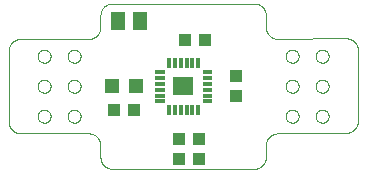
<source format=gtp>
G75*
%MOIN*%
%OFA0B0*%
%FSLAX25Y25*%
%IPPOS*%
%LPD*%
%AMOC8*
5,1,8,0,0,1.08239X$1,22.5*
%
%ADD10C,0.00000*%
%ADD11R,0.03937X0.04331*%
%ADD12R,0.04331X0.03937*%
%ADD13R,0.05118X0.05906*%
%ADD14R,0.06724X0.06472*%
%ADD15C,0.00335*%
%ADD16R,0.04724X0.04724*%
D10*
X0045791Y0032012D02*
X0045915Y0032010D01*
X0046038Y0032004D01*
X0046162Y0031995D01*
X0046284Y0031981D01*
X0046407Y0031964D01*
X0046529Y0031942D01*
X0046650Y0031917D01*
X0046770Y0031888D01*
X0046889Y0031856D01*
X0047008Y0031819D01*
X0047125Y0031779D01*
X0047240Y0031736D01*
X0047355Y0031688D01*
X0047467Y0031637D01*
X0047578Y0031583D01*
X0047688Y0031525D01*
X0047795Y0031464D01*
X0047901Y0031399D01*
X0048004Y0031331D01*
X0048105Y0031260D01*
X0048204Y0031186D01*
X0048301Y0031109D01*
X0048395Y0031028D01*
X0048486Y0030945D01*
X0048575Y0030859D01*
X0048661Y0030770D01*
X0048744Y0030679D01*
X0048825Y0030585D01*
X0048902Y0030488D01*
X0048976Y0030389D01*
X0049047Y0030288D01*
X0049115Y0030185D01*
X0049180Y0030079D01*
X0049241Y0029972D01*
X0049299Y0029862D01*
X0049353Y0029751D01*
X0049404Y0029639D01*
X0049452Y0029524D01*
X0049495Y0029409D01*
X0049535Y0029292D01*
X0049572Y0029173D01*
X0049604Y0029054D01*
X0049633Y0028934D01*
X0049658Y0028813D01*
X0049680Y0028691D01*
X0049697Y0028568D01*
X0049711Y0028446D01*
X0049720Y0028322D01*
X0049726Y0028199D01*
X0049728Y0028075D01*
X0049728Y0024138D01*
X0049730Y0024014D01*
X0049736Y0023891D01*
X0049745Y0023767D01*
X0049759Y0023645D01*
X0049776Y0023522D01*
X0049798Y0023400D01*
X0049823Y0023279D01*
X0049852Y0023159D01*
X0049884Y0023040D01*
X0049921Y0022921D01*
X0049961Y0022804D01*
X0050004Y0022689D01*
X0050052Y0022574D01*
X0050103Y0022462D01*
X0050157Y0022351D01*
X0050215Y0022241D01*
X0050276Y0022134D01*
X0050341Y0022028D01*
X0050409Y0021925D01*
X0050480Y0021824D01*
X0050554Y0021725D01*
X0050631Y0021628D01*
X0050712Y0021534D01*
X0050795Y0021443D01*
X0050881Y0021354D01*
X0050970Y0021268D01*
X0051061Y0021185D01*
X0051155Y0021104D01*
X0051252Y0021027D01*
X0051351Y0020953D01*
X0051452Y0020882D01*
X0051555Y0020814D01*
X0051661Y0020749D01*
X0051768Y0020688D01*
X0051878Y0020630D01*
X0051989Y0020576D01*
X0052101Y0020525D01*
X0052216Y0020477D01*
X0052331Y0020434D01*
X0052448Y0020394D01*
X0052567Y0020357D01*
X0052686Y0020325D01*
X0052806Y0020296D01*
X0052927Y0020271D01*
X0053049Y0020249D01*
X0053172Y0020232D01*
X0053294Y0020218D01*
X0053418Y0020209D01*
X0053541Y0020203D01*
X0053665Y0020201D01*
X0100909Y0020201D01*
X0101033Y0020203D01*
X0101156Y0020209D01*
X0101280Y0020218D01*
X0101402Y0020232D01*
X0101525Y0020249D01*
X0101647Y0020271D01*
X0101768Y0020296D01*
X0101888Y0020325D01*
X0102007Y0020357D01*
X0102126Y0020394D01*
X0102243Y0020434D01*
X0102358Y0020477D01*
X0102473Y0020525D01*
X0102585Y0020576D01*
X0102696Y0020630D01*
X0102806Y0020688D01*
X0102913Y0020749D01*
X0103019Y0020814D01*
X0103122Y0020882D01*
X0103223Y0020953D01*
X0103322Y0021027D01*
X0103419Y0021104D01*
X0103513Y0021185D01*
X0103604Y0021268D01*
X0103693Y0021354D01*
X0103779Y0021443D01*
X0103862Y0021534D01*
X0103943Y0021628D01*
X0104020Y0021725D01*
X0104094Y0021824D01*
X0104165Y0021925D01*
X0104233Y0022028D01*
X0104298Y0022134D01*
X0104359Y0022241D01*
X0104417Y0022351D01*
X0104471Y0022462D01*
X0104522Y0022574D01*
X0104570Y0022689D01*
X0104613Y0022804D01*
X0104653Y0022921D01*
X0104690Y0023040D01*
X0104722Y0023159D01*
X0104751Y0023279D01*
X0104776Y0023400D01*
X0104798Y0023522D01*
X0104815Y0023645D01*
X0104829Y0023767D01*
X0104838Y0023891D01*
X0104844Y0024014D01*
X0104846Y0024138D01*
X0104846Y0028075D01*
X0104848Y0028199D01*
X0104854Y0028322D01*
X0104863Y0028446D01*
X0104877Y0028568D01*
X0104894Y0028691D01*
X0104916Y0028813D01*
X0104941Y0028934D01*
X0104970Y0029054D01*
X0105002Y0029173D01*
X0105039Y0029292D01*
X0105079Y0029409D01*
X0105122Y0029524D01*
X0105170Y0029639D01*
X0105221Y0029751D01*
X0105275Y0029862D01*
X0105333Y0029972D01*
X0105394Y0030079D01*
X0105459Y0030185D01*
X0105527Y0030288D01*
X0105598Y0030389D01*
X0105672Y0030488D01*
X0105749Y0030585D01*
X0105830Y0030679D01*
X0105913Y0030770D01*
X0105999Y0030859D01*
X0106088Y0030945D01*
X0106179Y0031028D01*
X0106273Y0031109D01*
X0106370Y0031186D01*
X0106469Y0031260D01*
X0106570Y0031331D01*
X0106673Y0031399D01*
X0106779Y0031464D01*
X0106886Y0031525D01*
X0106996Y0031583D01*
X0107107Y0031637D01*
X0107219Y0031688D01*
X0107334Y0031736D01*
X0107449Y0031779D01*
X0107566Y0031819D01*
X0107685Y0031856D01*
X0107804Y0031888D01*
X0107924Y0031917D01*
X0108045Y0031942D01*
X0108167Y0031964D01*
X0108290Y0031981D01*
X0108412Y0031995D01*
X0108536Y0032004D01*
X0108659Y0032010D01*
X0108783Y0032012D01*
X0131618Y0032209D01*
X0131742Y0032211D01*
X0131865Y0032217D01*
X0131989Y0032226D01*
X0132111Y0032240D01*
X0132234Y0032257D01*
X0132356Y0032279D01*
X0132477Y0032304D01*
X0132597Y0032333D01*
X0132716Y0032365D01*
X0132835Y0032402D01*
X0132952Y0032442D01*
X0133067Y0032485D01*
X0133182Y0032533D01*
X0133294Y0032584D01*
X0133405Y0032638D01*
X0133515Y0032696D01*
X0133622Y0032757D01*
X0133728Y0032822D01*
X0133831Y0032890D01*
X0133932Y0032961D01*
X0134031Y0033035D01*
X0134128Y0033112D01*
X0134222Y0033193D01*
X0134313Y0033276D01*
X0134402Y0033362D01*
X0134488Y0033451D01*
X0134571Y0033542D01*
X0134652Y0033636D01*
X0134729Y0033733D01*
X0134803Y0033832D01*
X0134874Y0033933D01*
X0134942Y0034036D01*
X0135007Y0034142D01*
X0135068Y0034249D01*
X0135126Y0034359D01*
X0135180Y0034470D01*
X0135231Y0034582D01*
X0135279Y0034697D01*
X0135322Y0034812D01*
X0135362Y0034929D01*
X0135399Y0035048D01*
X0135431Y0035167D01*
X0135460Y0035287D01*
X0135485Y0035408D01*
X0135507Y0035530D01*
X0135524Y0035653D01*
X0135538Y0035775D01*
X0135547Y0035899D01*
X0135553Y0036022D01*
X0135555Y0036146D01*
X0135555Y0059768D01*
X0135553Y0059892D01*
X0135547Y0060015D01*
X0135538Y0060139D01*
X0135524Y0060261D01*
X0135507Y0060384D01*
X0135485Y0060506D01*
X0135460Y0060627D01*
X0135431Y0060747D01*
X0135399Y0060866D01*
X0135362Y0060985D01*
X0135322Y0061102D01*
X0135279Y0061217D01*
X0135231Y0061332D01*
X0135180Y0061444D01*
X0135126Y0061555D01*
X0135068Y0061665D01*
X0135007Y0061772D01*
X0134942Y0061878D01*
X0134874Y0061981D01*
X0134803Y0062082D01*
X0134729Y0062181D01*
X0134652Y0062278D01*
X0134571Y0062372D01*
X0134488Y0062463D01*
X0134402Y0062552D01*
X0134313Y0062638D01*
X0134222Y0062721D01*
X0134128Y0062802D01*
X0134031Y0062879D01*
X0133932Y0062953D01*
X0133831Y0063024D01*
X0133728Y0063092D01*
X0133622Y0063157D01*
X0133515Y0063218D01*
X0133405Y0063276D01*
X0133294Y0063330D01*
X0133182Y0063381D01*
X0133067Y0063429D01*
X0132952Y0063472D01*
X0132835Y0063512D01*
X0132716Y0063549D01*
X0132597Y0063581D01*
X0132477Y0063610D01*
X0132356Y0063635D01*
X0132234Y0063657D01*
X0132111Y0063674D01*
X0131989Y0063688D01*
X0131865Y0063697D01*
X0131742Y0063703D01*
X0131618Y0063705D01*
X0108783Y0063508D01*
X0108659Y0063510D01*
X0108536Y0063516D01*
X0108412Y0063525D01*
X0108290Y0063539D01*
X0108167Y0063556D01*
X0108045Y0063578D01*
X0107924Y0063603D01*
X0107804Y0063632D01*
X0107685Y0063664D01*
X0107566Y0063701D01*
X0107449Y0063741D01*
X0107334Y0063784D01*
X0107219Y0063832D01*
X0107107Y0063883D01*
X0106996Y0063937D01*
X0106886Y0063995D01*
X0106779Y0064056D01*
X0106673Y0064121D01*
X0106570Y0064189D01*
X0106469Y0064260D01*
X0106370Y0064334D01*
X0106273Y0064411D01*
X0106179Y0064492D01*
X0106088Y0064575D01*
X0105999Y0064661D01*
X0105913Y0064750D01*
X0105830Y0064841D01*
X0105749Y0064935D01*
X0105672Y0065032D01*
X0105598Y0065131D01*
X0105527Y0065232D01*
X0105459Y0065335D01*
X0105394Y0065441D01*
X0105333Y0065548D01*
X0105275Y0065658D01*
X0105221Y0065769D01*
X0105170Y0065881D01*
X0105122Y0065996D01*
X0105079Y0066111D01*
X0105039Y0066228D01*
X0105002Y0066347D01*
X0104970Y0066466D01*
X0104941Y0066586D01*
X0104916Y0066707D01*
X0104894Y0066829D01*
X0104877Y0066952D01*
X0104863Y0067074D01*
X0104854Y0067198D01*
X0104848Y0067321D01*
X0104846Y0067445D01*
X0104846Y0071382D01*
X0104844Y0071506D01*
X0104838Y0071629D01*
X0104829Y0071753D01*
X0104815Y0071875D01*
X0104798Y0071998D01*
X0104776Y0072120D01*
X0104751Y0072241D01*
X0104722Y0072361D01*
X0104690Y0072480D01*
X0104653Y0072599D01*
X0104613Y0072716D01*
X0104570Y0072831D01*
X0104522Y0072946D01*
X0104471Y0073058D01*
X0104417Y0073169D01*
X0104359Y0073279D01*
X0104298Y0073386D01*
X0104233Y0073492D01*
X0104165Y0073595D01*
X0104094Y0073696D01*
X0104020Y0073795D01*
X0103943Y0073892D01*
X0103862Y0073986D01*
X0103779Y0074077D01*
X0103693Y0074166D01*
X0103604Y0074252D01*
X0103513Y0074335D01*
X0103419Y0074416D01*
X0103322Y0074493D01*
X0103223Y0074567D01*
X0103122Y0074638D01*
X0103019Y0074706D01*
X0102913Y0074771D01*
X0102806Y0074832D01*
X0102696Y0074890D01*
X0102585Y0074944D01*
X0102473Y0074995D01*
X0102358Y0075043D01*
X0102243Y0075086D01*
X0102126Y0075126D01*
X0102007Y0075163D01*
X0101888Y0075195D01*
X0101768Y0075224D01*
X0101647Y0075249D01*
X0101525Y0075271D01*
X0101402Y0075288D01*
X0101280Y0075302D01*
X0101156Y0075311D01*
X0101033Y0075317D01*
X0100909Y0075319D01*
X0053665Y0075319D01*
X0053541Y0075317D01*
X0053418Y0075311D01*
X0053294Y0075302D01*
X0053172Y0075288D01*
X0053049Y0075271D01*
X0052927Y0075249D01*
X0052806Y0075224D01*
X0052686Y0075195D01*
X0052567Y0075163D01*
X0052448Y0075126D01*
X0052331Y0075086D01*
X0052216Y0075043D01*
X0052101Y0074995D01*
X0051989Y0074944D01*
X0051878Y0074890D01*
X0051768Y0074832D01*
X0051661Y0074771D01*
X0051555Y0074706D01*
X0051452Y0074638D01*
X0051351Y0074567D01*
X0051252Y0074493D01*
X0051155Y0074416D01*
X0051061Y0074335D01*
X0050970Y0074252D01*
X0050881Y0074166D01*
X0050795Y0074077D01*
X0050712Y0073986D01*
X0050631Y0073892D01*
X0050554Y0073795D01*
X0050480Y0073696D01*
X0050409Y0073595D01*
X0050341Y0073492D01*
X0050276Y0073386D01*
X0050215Y0073279D01*
X0050157Y0073169D01*
X0050103Y0073058D01*
X0050052Y0072946D01*
X0050004Y0072831D01*
X0049961Y0072716D01*
X0049921Y0072599D01*
X0049884Y0072480D01*
X0049852Y0072361D01*
X0049823Y0072241D01*
X0049798Y0072120D01*
X0049776Y0071998D01*
X0049759Y0071875D01*
X0049745Y0071753D01*
X0049736Y0071629D01*
X0049730Y0071506D01*
X0049728Y0071382D01*
X0049728Y0067445D01*
X0049726Y0067321D01*
X0049720Y0067198D01*
X0049711Y0067074D01*
X0049697Y0066952D01*
X0049680Y0066829D01*
X0049658Y0066707D01*
X0049633Y0066586D01*
X0049604Y0066466D01*
X0049572Y0066347D01*
X0049535Y0066228D01*
X0049495Y0066111D01*
X0049452Y0065996D01*
X0049404Y0065881D01*
X0049353Y0065769D01*
X0049299Y0065658D01*
X0049241Y0065548D01*
X0049180Y0065441D01*
X0049115Y0065335D01*
X0049047Y0065232D01*
X0048976Y0065131D01*
X0048902Y0065032D01*
X0048825Y0064935D01*
X0048744Y0064841D01*
X0048661Y0064750D01*
X0048575Y0064661D01*
X0048486Y0064575D01*
X0048395Y0064492D01*
X0048301Y0064411D01*
X0048204Y0064334D01*
X0048105Y0064260D01*
X0048004Y0064189D01*
X0047901Y0064121D01*
X0047795Y0064056D01*
X0047688Y0063995D01*
X0047578Y0063937D01*
X0047467Y0063883D01*
X0047355Y0063832D01*
X0047240Y0063784D01*
X0047125Y0063741D01*
X0047008Y0063701D01*
X0046889Y0063664D01*
X0046770Y0063632D01*
X0046650Y0063603D01*
X0046529Y0063578D01*
X0046407Y0063556D01*
X0046284Y0063539D01*
X0046162Y0063525D01*
X0046038Y0063516D01*
X0045915Y0063510D01*
X0045791Y0063508D01*
X0023094Y0063508D01*
X0022970Y0063506D01*
X0022847Y0063500D01*
X0022723Y0063491D01*
X0022601Y0063477D01*
X0022478Y0063460D01*
X0022356Y0063438D01*
X0022235Y0063413D01*
X0022115Y0063384D01*
X0021996Y0063352D01*
X0021877Y0063315D01*
X0021760Y0063275D01*
X0021645Y0063232D01*
X0021530Y0063184D01*
X0021418Y0063133D01*
X0021307Y0063079D01*
X0021197Y0063021D01*
X0021090Y0062960D01*
X0020984Y0062895D01*
X0020881Y0062827D01*
X0020780Y0062756D01*
X0020681Y0062682D01*
X0020584Y0062605D01*
X0020490Y0062524D01*
X0020399Y0062441D01*
X0020310Y0062355D01*
X0020224Y0062266D01*
X0020141Y0062175D01*
X0020060Y0062081D01*
X0019983Y0061984D01*
X0019909Y0061885D01*
X0019838Y0061784D01*
X0019770Y0061681D01*
X0019705Y0061575D01*
X0019644Y0061468D01*
X0019586Y0061358D01*
X0019532Y0061247D01*
X0019481Y0061135D01*
X0019433Y0061020D01*
X0019390Y0060905D01*
X0019350Y0060788D01*
X0019313Y0060669D01*
X0019281Y0060550D01*
X0019252Y0060430D01*
X0019227Y0060309D01*
X0019205Y0060187D01*
X0019188Y0060064D01*
X0019174Y0059942D01*
X0019165Y0059818D01*
X0019159Y0059695D01*
X0019157Y0059571D01*
X0019157Y0035949D01*
X0019159Y0035825D01*
X0019165Y0035702D01*
X0019174Y0035578D01*
X0019188Y0035456D01*
X0019205Y0035333D01*
X0019227Y0035211D01*
X0019252Y0035090D01*
X0019281Y0034970D01*
X0019313Y0034851D01*
X0019350Y0034732D01*
X0019390Y0034615D01*
X0019433Y0034500D01*
X0019481Y0034385D01*
X0019532Y0034273D01*
X0019586Y0034162D01*
X0019644Y0034052D01*
X0019705Y0033945D01*
X0019770Y0033839D01*
X0019838Y0033736D01*
X0019909Y0033635D01*
X0019983Y0033536D01*
X0020060Y0033439D01*
X0020141Y0033345D01*
X0020224Y0033254D01*
X0020310Y0033165D01*
X0020399Y0033079D01*
X0020490Y0032996D01*
X0020584Y0032915D01*
X0020681Y0032838D01*
X0020780Y0032764D01*
X0020881Y0032693D01*
X0020984Y0032625D01*
X0021090Y0032560D01*
X0021197Y0032499D01*
X0021307Y0032441D01*
X0021418Y0032387D01*
X0021530Y0032336D01*
X0021645Y0032288D01*
X0021760Y0032245D01*
X0021877Y0032205D01*
X0021996Y0032168D01*
X0022115Y0032136D01*
X0022235Y0032107D01*
X0022356Y0032082D01*
X0022478Y0032060D01*
X0022601Y0032043D01*
X0022723Y0032029D01*
X0022847Y0032020D01*
X0022970Y0032014D01*
X0023094Y0032012D01*
X0045791Y0032012D01*
X0038784Y0037760D02*
X0038786Y0037853D01*
X0038792Y0037945D01*
X0038802Y0038037D01*
X0038816Y0038128D01*
X0038833Y0038219D01*
X0038855Y0038309D01*
X0038880Y0038398D01*
X0038909Y0038486D01*
X0038942Y0038572D01*
X0038979Y0038657D01*
X0039019Y0038741D01*
X0039063Y0038822D01*
X0039110Y0038902D01*
X0039160Y0038980D01*
X0039214Y0039055D01*
X0039271Y0039128D01*
X0039331Y0039198D01*
X0039394Y0039266D01*
X0039460Y0039331D01*
X0039528Y0039393D01*
X0039599Y0039453D01*
X0039673Y0039509D01*
X0039749Y0039562D01*
X0039827Y0039611D01*
X0039907Y0039658D01*
X0039989Y0039700D01*
X0040073Y0039740D01*
X0040158Y0039775D01*
X0040245Y0039807D01*
X0040333Y0039836D01*
X0040422Y0039860D01*
X0040512Y0039881D01*
X0040603Y0039897D01*
X0040695Y0039910D01*
X0040787Y0039919D01*
X0040880Y0039924D01*
X0040972Y0039925D01*
X0041065Y0039922D01*
X0041157Y0039915D01*
X0041249Y0039904D01*
X0041340Y0039889D01*
X0041431Y0039871D01*
X0041521Y0039848D01*
X0041609Y0039822D01*
X0041697Y0039792D01*
X0041783Y0039758D01*
X0041867Y0039721D01*
X0041950Y0039679D01*
X0042031Y0039635D01*
X0042111Y0039587D01*
X0042188Y0039536D01*
X0042262Y0039481D01*
X0042335Y0039423D01*
X0042405Y0039363D01*
X0042472Y0039299D01*
X0042536Y0039233D01*
X0042598Y0039163D01*
X0042656Y0039092D01*
X0042711Y0039018D01*
X0042763Y0038941D01*
X0042812Y0038862D01*
X0042858Y0038782D01*
X0042900Y0038699D01*
X0042938Y0038615D01*
X0042973Y0038529D01*
X0043004Y0038442D01*
X0043031Y0038354D01*
X0043054Y0038264D01*
X0043074Y0038174D01*
X0043090Y0038083D01*
X0043102Y0037991D01*
X0043110Y0037899D01*
X0043114Y0037806D01*
X0043114Y0037714D01*
X0043110Y0037621D01*
X0043102Y0037529D01*
X0043090Y0037437D01*
X0043074Y0037346D01*
X0043054Y0037256D01*
X0043031Y0037166D01*
X0043004Y0037078D01*
X0042973Y0036991D01*
X0042938Y0036905D01*
X0042900Y0036821D01*
X0042858Y0036738D01*
X0042812Y0036658D01*
X0042763Y0036579D01*
X0042711Y0036502D01*
X0042656Y0036428D01*
X0042598Y0036357D01*
X0042536Y0036287D01*
X0042472Y0036221D01*
X0042405Y0036157D01*
X0042335Y0036097D01*
X0042262Y0036039D01*
X0042188Y0035984D01*
X0042111Y0035933D01*
X0042032Y0035885D01*
X0041950Y0035841D01*
X0041867Y0035799D01*
X0041783Y0035762D01*
X0041697Y0035728D01*
X0041609Y0035698D01*
X0041521Y0035672D01*
X0041431Y0035649D01*
X0041340Y0035631D01*
X0041249Y0035616D01*
X0041157Y0035605D01*
X0041065Y0035598D01*
X0040972Y0035595D01*
X0040880Y0035596D01*
X0040787Y0035601D01*
X0040695Y0035610D01*
X0040603Y0035623D01*
X0040512Y0035639D01*
X0040422Y0035660D01*
X0040333Y0035684D01*
X0040245Y0035713D01*
X0040158Y0035745D01*
X0040073Y0035780D01*
X0039989Y0035820D01*
X0039907Y0035862D01*
X0039827Y0035909D01*
X0039749Y0035958D01*
X0039673Y0036011D01*
X0039599Y0036067D01*
X0039528Y0036127D01*
X0039460Y0036189D01*
X0039394Y0036254D01*
X0039331Y0036322D01*
X0039271Y0036392D01*
X0039214Y0036465D01*
X0039160Y0036540D01*
X0039110Y0036618D01*
X0039063Y0036698D01*
X0039019Y0036779D01*
X0038979Y0036863D01*
X0038942Y0036948D01*
X0038909Y0037034D01*
X0038880Y0037122D01*
X0038855Y0037211D01*
X0038833Y0037301D01*
X0038816Y0037392D01*
X0038802Y0037483D01*
X0038792Y0037575D01*
X0038786Y0037667D01*
X0038784Y0037760D01*
X0028784Y0037760D02*
X0028786Y0037853D01*
X0028792Y0037945D01*
X0028802Y0038037D01*
X0028816Y0038128D01*
X0028833Y0038219D01*
X0028855Y0038309D01*
X0028880Y0038398D01*
X0028909Y0038486D01*
X0028942Y0038572D01*
X0028979Y0038657D01*
X0029019Y0038741D01*
X0029063Y0038822D01*
X0029110Y0038902D01*
X0029160Y0038980D01*
X0029214Y0039055D01*
X0029271Y0039128D01*
X0029331Y0039198D01*
X0029394Y0039266D01*
X0029460Y0039331D01*
X0029528Y0039393D01*
X0029599Y0039453D01*
X0029673Y0039509D01*
X0029749Y0039562D01*
X0029827Y0039611D01*
X0029907Y0039658D01*
X0029989Y0039700D01*
X0030073Y0039740D01*
X0030158Y0039775D01*
X0030245Y0039807D01*
X0030333Y0039836D01*
X0030422Y0039860D01*
X0030512Y0039881D01*
X0030603Y0039897D01*
X0030695Y0039910D01*
X0030787Y0039919D01*
X0030880Y0039924D01*
X0030972Y0039925D01*
X0031065Y0039922D01*
X0031157Y0039915D01*
X0031249Y0039904D01*
X0031340Y0039889D01*
X0031431Y0039871D01*
X0031521Y0039848D01*
X0031609Y0039822D01*
X0031697Y0039792D01*
X0031783Y0039758D01*
X0031867Y0039721D01*
X0031950Y0039679D01*
X0032031Y0039635D01*
X0032111Y0039587D01*
X0032188Y0039536D01*
X0032262Y0039481D01*
X0032335Y0039423D01*
X0032405Y0039363D01*
X0032472Y0039299D01*
X0032536Y0039233D01*
X0032598Y0039163D01*
X0032656Y0039092D01*
X0032711Y0039018D01*
X0032763Y0038941D01*
X0032812Y0038862D01*
X0032858Y0038782D01*
X0032900Y0038699D01*
X0032938Y0038615D01*
X0032973Y0038529D01*
X0033004Y0038442D01*
X0033031Y0038354D01*
X0033054Y0038264D01*
X0033074Y0038174D01*
X0033090Y0038083D01*
X0033102Y0037991D01*
X0033110Y0037899D01*
X0033114Y0037806D01*
X0033114Y0037714D01*
X0033110Y0037621D01*
X0033102Y0037529D01*
X0033090Y0037437D01*
X0033074Y0037346D01*
X0033054Y0037256D01*
X0033031Y0037166D01*
X0033004Y0037078D01*
X0032973Y0036991D01*
X0032938Y0036905D01*
X0032900Y0036821D01*
X0032858Y0036738D01*
X0032812Y0036658D01*
X0032763Y0036579D01*
X0032711Y0036502D01*
X0032656Y0036428D01*
X0032598Y0036357D01*
X0032536Y0036287D01*
X0032472Y0036221D01*
X0032405Y0036157D01*
X0032335Y0036097D01*
X0032262Y0036039D01*
X0032188Y0035984D01*
X0032111Y0035933D01*
X0032032Y0035885D01*
X0031950Y0035841D01*
X0031867Y0035799D01*
X0031783Y0035762D01*
X0031697Y0035728D01*
X0031609Y0035698D01*
X0031521Y0035672D01*
X0031431Y0035649D01*
X0031340Y0035631D01*
X0031249Y0035616D01*
X0031157Y0035605D01*
X0031065Y0035598D01*
X0030972Y0035595D01*
X0030880Y0035596D01*
X0030787Y0035601D01*
X0030695Y0035610D01*
X0030603Y0035623D01*
X0030512Y0035639D01*
X0030422Y0035660D01*
X0030333Y0035684D01*
X0030245Y0035713D01*
X0030158Y0035745D01*
X0030073Y0035780D01*
X0029989Y0035820D01*
X0029907Y0035862D01*
X0029827Y0035909D01*
X0029749Y0035958D01*
X0029673Y0036011D01*
X0029599Y0036067D01*
X0029528Y0036127D01*
X0029460Y0036189D01*
X0029394Y0036254D01*
X0029331Y0036322D01*
X0029271Y0036392D01*
X0029214Y0036465D01*
X0029160Y0036540D01*
X0029110Y0036618D01*
X0029063Y0036698D01*
X0029019Y0036779D01*
X0028979Y0036863D01*
X0028942Y0036948D01*
X0028909Y0037034D01*
X0028880Y0037122D01*
X0028855Y0037211D01*
X0028833Y0037301D01*
X0028816Y0037392D01*
X0028802Y0037483D01*
X0028792Y0037575D01*
X0028786Y0037667D01*
X0028784Y0037760D01*
X0028784Y0047760D02*
X0028786Y0047853D01*
X0028792Y0047945D01*
X0028802Y0048037D01*
X0028816Y0048128D01*
X0028833Y0048219D01*
X0028855Y0048309D01*
X0028880Y0048398D01*
X0028909Y0048486D01*
X0028942Y0048572D01*
X0028979Y0048657D01*
X0029019Y0048741D01*
X0029063Y0048822D01*
X0029110Y0048902D01*
X0029160Y0048980D01*
X0029214Y0049055D01*
X0029271Y0049128D01*
X0029331Y0049198D01*
X0029394Y0049266D01*
X0029460Y0049331D01*
X0029528Y0049393D01*
X0029599Y0049453D01*
X0029673Y0049509D01*
X0029749Y0049562D01*
X0029827Y0049611D01*
X0029907Y0049658D01*
X0029989Y0049700D01*
X0030073Y0049740D01*
X0030158Y0049775D01*
X0030245Y0049807D01*
X0030333Y0049836D01*
X0030422Y0049860D01*
X0030512Y0049881D01*
X0030603Y0049897D01*
X0030695Y0049910D01*
X0030787Y0049919D01*
X0030880Y0049924D01*
X0030972Y0049925D01*
X0031065Y0049922D01*
X0031157Y0049915D01*
X0031249Y0049904D01*
X0031340Y0049889D01*
X0031431Y0049871D01*
X0031521Y0049848D01*
X0031609Y0049822D01*
X0031697Y0049792D01*
X0031783Y0049758D01*
X0031867Y0049721D01*
X0031950Y0049679D01*
X0032031Y0049635D01*
X0032111Y0049587D01*
X0032188Y0049536D01*
X0032262Y0049481D01*
X0032335Y0049423D01*
X0032405Y0049363D01*
X0032472Y0049299D01*
X0032536Y0049233D01*
X0032598Y0049163D01*
X0032656Y0049092D01*
X0032711Y0049018D01*
X0032763Y0048941D01*
X0032812Y0048862D01*
X0032858Y0048782D01*
X0032900Y0048699D01*
X0032938Y0048615D01*
X0032973Y0048529D01*
X0033004Y0048442D01*
X0033031Y0048354D01*
X0033054Y0048264D01*
X0033074Y0048174D01*
X0033090Y0048083D01*
X0033102Y0047991D01*
X0033110Y0047899D01*
X0033114Y0047806D01*
X0033114Y0047714D01*
X0033110Y0047621D01*
X0033102Y0047529D01*
X0033090Y0047437D01*
X0033074Y0047346D01*
X0033054Y0047256D01*
X0033031Y0047166D01*
X0033004Y0047078D01*
X0032973Y0046991D01*
X0032938Y0046905D01*
X0032900Y0046821D01*
X0032858Y0046738D01*
X0032812Y0046658D01*
X0032763Y0046579D01*
X0032711Y0046502D01*
X0032656Y0046428D01*
X0032598Y0046357D01*
X0032536Y0046287D01*
X0032472Y0046221D01*
X0032405Y0046157D01*
X0032335Y0046097D01*
X0032262Y0046039D01*
X0032188Y0045984D01*
X0032111Y0045933D01*
X0032032Y0045885D01*
X0031950Y0045841D01*
X0031867Y0045799D01*
X0031783Y0045762D01*
X0031697Y0045728D01*
X0031609Y0045698D01*
X0031521Y0045672D01*
X0031431Y0045649D01*
X0031340Y0045631D01*
X0031249Y0045616D01*
X0031157Y0045605D01*
X0031065Y0045598D01*
X0030972Y0045595D01*
X0030880Y0045596D01*
X0030787Y0045601D01*
X0030695Y0045610D01*
X0030603Y0045623D01*
X0030512Y0045639D01*
X0030422Y0045660D01*
X0030333Y0045684D01*
X0030245Y0045713D01*
X0030158Y0045745D01*
X0030073Y0045780D01*
X0029989Y0045820D01*
X0029907Y0045862D01*
X0029827Y0045909D01*
X0029749Y0045958D01*
X0029673Y0046011D01*
X0029599Y0046067D01*
X0029528Y0046127D01*
X0029460Y0046189D01*
X0029394Y0046254D01*
X0029331Y0046322D01*
X0029271Y0046392D01*
X0029214Y0046465D01*
X0029160Y0046540D01*
X0029110Y0046618D01*
X0029063Y0046698D01*
X0029019Y0046779D01*
X0028979Y0046863D01*
X0028942Y0046948D01*
X0028909Y0047034D01*
X0028880Y0047122D01*
X0028855Y0047211D01*
X0028833Y0047301D01*
X0028816Y0047392D01*
X0028802Y0047483D01*
X0028792Y0047575D01*
X0028786Y0047667D01*
X0028784Y0047760D01*
X0038784Y0047760D02*
X0038786Y0047853D01*
X0038792Y0047945D01*
X0038802Y0048037D01*
X0038816Y0048128D01*
X0038833Y0048219D01*
X0038855Y0048309D01*
X0038880Y0048398D01*
X0038909Y0048486D01*
X0038942Y0048572D01*
X0038979Y0048657D01*
X0039019Y0048741D01*
X0039063Y0048822D01*
X0039110Y0048902D01*
X0039160Y0048980D01*
X0039214Y0049055D01*
X0039271Y0049128D01*
X0039331Y0049198D01*
X0039394Y0049266D01*
X0039460Y0049331D01*
X0039528Y0049393D01*
X0039599Y0049453D01*
X0039673Y0049509D01*
X0039749Y0049562D01*
X0039827Y0049611D01*
X0039907Y0049658D01*
X0039989Y0049700D01*
X0040073Y0049740D01*
X0040158Y0049775D01*
X0040245Y0049807D01*
X0040333Y0049836D01*
X0040422Y0049860D01*
X0040512Y0049881D01*
X0040603Y0049897D01*
X0040695Y0049910D01*
X0040787Y0049919D01*
X0040880Y0049924D01*
X0040972Y0049925D01*
X0041065Y0049922D01*
X0041157Y0049915D01*
X0041249Y0049904D01*
X0041340Y0049889D01*
X0041431Y0049871D01*
X0041521Y0049848D01*
X0041609Y0049822D01*
X0041697Y0049792D01*
X0041783Y0049758D01*
X0041867Y0049721D01*
X0041950Y0049679D01*
X0042031Y0049635D01*
X0042111Y0049587D01*
X0042188Y0049536D01*
X0042262Y0049481D01*
X0042335Y0049423D01*
X0042405Y0049363D01*
X0042472Y0049299D01*
X0042536Y0049233D01*
X0042598Y0049163D01*
X0042656Y0049092D01*
X0042711Y0049018D01*
X0042763Y0048941D01*
X0042812Y0048862D01*
X0042858Y0048782D01*
X0042900Y0048699D01*
X0042938Y0048615D01*
X0042973Y0048529D01*
X0043004Y0048442D01*
X0043031Y0048354D01*
X0043054Y0048264D01*
X0043074Y0048174D01*
X0043090Y0048083D01*
X0043102Y0047991D01*
X0043110Y0047899D01*
X0043114Y0047806D01*
X0043114Y0047714D01*
X0043110Y0047621D01*
X0043102Y0047529D01*
X0043090Y0047437D01*
X0043074Y0047346D01*
X0043054Y0047256D01*
X0043031Y0047166D01*
X0043004Y0047078D01*
X0042973Y0046991D01*
X0042938Y0046905D01*
X0042900Y0046821D01*
X0042858Y0046738D01*
X0042812Y0046658D01*
X0042763Y0046579D01*
X0042711Y0046502D01*
X0042656Y0046428D01*
X0042598Y0046357D01*
X0042536Y0046287D01*
X0042472Y0046221D01*
X0042405Y0046157D01*
X0042335Y0046097D01*
X0042262Y0046039D01*
X0042188Y0045984D01*
X0042111Y0045933D01*
X0042032Y0045885D01*
X0041950Y0045841D01*
X0041867Y0045799D01*
X0041783Y0045762D01*
X0041697Y0045728D01*
X0041609Y0045698D01*
X0041521Y0045672D01*
X0041431Y0045649D01*
X0041340Y0045631D01*
X0041249Y0045616D01*
X0041157Y0045605D01*
X0041065Y0045598D01*
X0040972Y0045595D01*
X0040880Y0045596D01*
X0040787Y0045601D01*
X0040695Y0045610D01*
X0040603Y0045623D01*
X0040512Y0045639D01*
X0040422Y0045660D01*
X0040333Y0045684D01*
X0040245Y0045713D01*
X0040158Y0045745D01*
X0040073Y0045780D01*
X0039989Y0045820D01*
X0039907Y0045862D01*
X0039827Y0045909D01*
X0039749Y0045958D01*
X0039673Y0046011D01*
X0039599Y0046067D01*
X0039528Y0046127D01*
X0039460Y0046189D01*
X0039394Y0046254D01*
X0039331Y0046322D01*
X0039271Y0046392D01*
X0039214Y0046465D01*
X0039160Y0046540D01*
X0039110Y0046618D01*
X0039063Y0046698D01*
X0039019Y0046779D01*
X0038979Y0046863D01*
X0038942Y0046948D01*
X0038909Y0047034D01*
X0038880Y0047122D01*
X0038855Y0047211D01*
X0038833Y0047301D01*
X0038816Y0047392D01*
X0038802Y0047483D01*
X0038792Y0047575D01*
X0038786Y0047667D01*
X0038784Y0047760D01*
X0038784Y0057760D02*
X0038786Y0057853D01*
X0038792Y0057945D01*
X0038802Y0058037D01*
X0038816Y0058128D01*
X0038833Y0058219D01*
X0038855Y0058309D01*
X0038880Y0058398D01*
X0038909Y0058486D01*
X0038942Y0058572D01*
X0038979Y0058657D01*
X0039019Y0058741D01*
X0039063Y0058822D01*
X0039110Y0058902D01*
X0039160Y0058980D01*
X0039214Y0059055D01*
X0039271Y0059128D01*
X0039331Y0059198D01*
X0039394Y0059266D01*
X0039460Y0059331D01*
X0039528Y0059393D01*
X0039599Y0059453D01*
X0039673Y0059509D01*
X0039749Y0059562D01*
X0039827Y0059611D01*
X0039907Y0059658D01*
X0039989Y0059700D01*
X0040073Y0059740D01*
X0040158Y0059775D01*
X0040245Y0059807D01*
X0040333Y0059836D01*
X0040422Y0059860D01*
X0040512Y0059881D01*
X0040603Y0059897D01*
X0040695Y0059910D01*
X0040787Y0059919D01*
X0040880Y0059924D01*
X0040972Y0059925D01*
X0041065Y0059922D01*
X0041157Y0059915D01*
X0041249Y0059904D01*
X0041340Y0059889D01*
X0041431Y0059871D01*
X0041521Y0059848D01*
X0041609Y0059822D01*
X0041697Y0059792D01*
X0041783Y0059758D01*
X0041867Y0059721D01*
X0041950Y0059679D01*
X0042031Y0059635D01*
X0042111Y0059587D01*
X0042188Y0059536D01*
X0042262Y0059481D01*
X0042335Y0059423D01*
X0042405Y0059363D01*
X0042472Y0059299D01*
X0042536Y0059233D01*
X0042598Y0059163D01*
X0042656Y0059092D01*
X0042711Y0059018D01*
X0042763Y0058941D01*
X0042812Y0058862D01*
X0042858Y0058782D01*
X0042900Y0058699D01*
X0042938Y0058615D01*
X0042973Y0058529D01*
X0043004Y0058442D01*
X0043031Y0058354D01*
X0043054Y0058264D01*
X0043074Y0058174D01*
X0043090Y0058083D01*
X0043102Y0057991D01*
X0043110Y0057899D01*
X0043114Y0057806D01*
X0043114Y0057714D01*
X0043110Y0057621D01*
X0043102Y0057529D01*
X0043090Y0057437D01*
X0043074Y0057346D01*
X0043054Y0057256D01*
X0043031Y0057166D01*
X0043004Y0057078D01*
X0042973Y0056991D01*
X0042938Y0056905D01*
X0042900Y0056821D01*
X0042858Y0056738D01*
X0042812Y0056658D01*
X0042763Y0056579D01*
X0042711Y0056502D01*
X0042656Y0056428D01*
X0042598Y0056357D01*
X0042536Y0056287D01*
X0042472Y0056221D01*
X0042405Y0056157D01*
X0042335Y0056097D01*
X0042262Y0056039D01*
X0042188Y0055984D01*
X0042111Y0055933D01*
X0042032Y0055885D01*
X0041950Y0055841D01*
X0041867Y0055799D01*
X0041783Y0055762D01*
X0041697Y0055728D01*
X0041609Y0055698D01*
X0041521Y0055672D01*
X0041431Y0055649D01*
X0041340Y0055631D01*
X0041249Y0055616D01*
X0041157Y0055605D01*
X0041065Y0055598D01*
X0040972Y0055595D01*
X0040880Y0055596D01*
X0040787Y0055601D01*
X0040695Y0055610D01*
X0040603Y0055623D01*
X0040512Y0055639D01*
X0040422Y0055660D01*
X0040333Y0055684D01*
X0040245Y0055713D01*
X0040158Y0055745D01*
X0040073Y0055780D01*
X0039989Y0055820D01*
X0039907Y0055862D01*
X0039827Y0055909D01*
X0039749Y0055958D01*
X0039673Y0056011D01*
X0039599Y0056067D01*
X0039528Y0056127D01*
X0039460Y0056189D01*
X0039394Y0056254D01*
X0039331Y0056322D01*
X0039271Y0056392D01*
X0039214Y0056465D01*
X0039160Y0056540D01*
X0039110Y0056618D01*
X0039063Y0056698D01*
X0039019Y0056779D01*
X0038979Y0056863D01*
X0038942Y0056948D01*
X0038909Y0057034D01*
X0038880Y0057122D01*
X0038855Y0057211D01*
X0038833Y0057301D01*
X0038816Y0057392D01*
X0038802Y0057483D01*
X0038792Y0057575D01*
X0038786Y0057667D01*
X0038784Y0057760D01*
X0028784Y0057760D02*
X0028786Y0057853D01*
X0028792Y0057945D01*
X0028802Y0058037D01*
X0028816Y0058128D01*
X0028833Y0058219D01*
X0028855Y0058309D01*
X0028880Y0058398D01*
X0028909Y0058486D01*
X0028942Y0058572D01*
X0028979Y0058657D01*
X0029019Y0058741D01*
X0029063Y0058822D01*
X0029110Y0058902D01*
X0029160Y0058980D01*
X0029214Y0059055D01*
X0029271Y0059128D01*
X0029331Y0059198D01*
X0029394Y0059266D01*
X0029460Y0059331D01*
X0029528Y0059393D01*
X0029599Y0059453D01*
X0029673Y0059509D01*
X0029749Y0059562D01*
X0029827Y0059611D01*
X0029907Y0059658D01*
X0029989Y0059700D01*
X0030073Y0059740D01*
X0030158Y0059775D01*
X0030245Y0059807D01*
X0030333Y0059836D01*
X0030422Y0059860D01*
X0030512Y0059881D01*
X0030603Y0059897D01*
X0030695Y0059910D01*
X0030787Y0059919D01*
X0030880Y0059924D01*
X0030972Y0059925D01*
X0031065Y0059922D01*
X0031157Y0059915D01*
X0031249Y0059904D01*
X0031340Y0059889D01*
X0031431Y0059871D01*
X0031521Y0059848D01*
X0031609Y0059822D01*
X0031697Y0059792D01*
X0031783Y0059758D01*
X0031867Y0059721D01*
X0031950Y0059679D01*
X0032031Y0059635D01*
X0032111Y0059587D01*
X0032188Y0059536D01*
X0032262Y0059481D01*
X0032335Y0059423D01*
X0032405Y0059363D01*
X0032472Y0059299D01*
X0032536Y0059233D01*
X0032598Y0059163D01*
X0032656Y0059092D01*
X0032711Y0059018D01*
X0032763Y0058941D01*
X0032812Y0058862D01*
X0032858Y0058782D01*
X0032900Y0058699D01*
X0032938Y0058615D01*
X0032973Y0058529D01*
X0033004Y0058442D01*
X0033031Y0058354D01*
X0033054Y0058264D01*
X0033074Y0058174D01*
X0033090Y0058083D01*
X0033102Y0057991D01*
X0033110Y0057899D01*
X0033114Y0057806D01*
X0033114Y0057714D01*
X0033110Y0057621D01*
X0033102Y0057529D01*
X0033090Y0057437D01*
X0033074Y0057346D01*
X0033054Y0057256D01*
X0033031Y0057166D01*
X0033004Y0057078D01*
X0032973Y0056991D01*
X0032938Y0056905D01*
X0032900Y0056821D01*
X0032858Y0056738D01*
X0032812Y0056658D01*
X0032763Y0056579D01*
X0032711Y0056502D01*
X0032656Y0056428D01*
X0032598Y0056357D01*
X0032536Y0056287D01*
X0032472Y0056221D01*
X0032405Y0056157D01*
X0032335Y0056097D01*
X0032262Y0056039D01*
X0032188Y0055984D01*
X0032111Y0055933D01*
X0032032Y0055885D01*
X0031950Y0055841D01*
X0031867Y0055799D01*
X0031783Y0055762D01*
X0031697Y0055728D01*
X0031609Y0055698D01*
X0031521Y0055672D01*
X0031431Y0055649D01*
X0031340Y0055631D01*
X0031249Y0055616D01*
X0031157Y0055605D01*
X0031065Y0055598D01*
X0030972Y0055595D01*
X0030880Y0055596D01*
X0030787Y0055601D01*
X0030695Y0055610D01*
X0030603Y0055623D01*
X0030512Y0055639D01*
X0030422Y0055660D01*
X0030333Y0055684D01*
X0030245Y0055713D01*
X0030158Y0055745D01*
X0030073Y0055780D01*
X0029989Y0055820D01*
X0029907Y0055862D01*
X0029827Y0055909D01*
X0029749Y0055958D01*
X0029673Y0056011D01*
X0029599Y0056067D01*
X0029528Y0056127D01*
X0029460Y0056189D01*
X0029394Y0056254D01*
X0029331Y0056322D01*
X0029271Y0056392D01*
X0029214Y0056465D01*
X0029160Y0056540D01*
X0029110Y0056618D01*
X0029063Y0056698D01*
X0029019Y0056779D01*
X0028979Y0056863D01*
X0028942Y0056948D01*
X0028909Y0057034D01*
X0028880Y0057122D01*
X0028855Y0057211D01*
X0028833Y0057301D01*
X0028816Y0057392D01*
X0028802Y0057483D01*
X0028792Y0057575D01*
X0028786Y0057667D01*
X0028784Y0057760D01*
X0111461Y0057760D02*
X0111463Y0057853D01*
X0111469Y0057945D01*
X0111479Y0058037D01*
X0111493Y0058128D01*
X0111510Y0058219D01*
X0111532Y0058309D01*
X0111557Y0058398D01*
X0111586Y0058486D01*
X0111619Y0058572D01*
X0111656Y0058657D01*
X0111696Y0058741D01*
X0111740Y0058822D01*
X0111787Y0058902D01*
X0111837Y0058980D01*
X0111891Y0059055D01*
X0111948Y0059128D01*
X0112008Y0059198D01*
X0112071Y0059266D01*
X0112137Y0059331D01*
X0112205Y0059393D01*
X0112276Y0059453D01*
X0112350Y0059509D01*
X0112426Y0059562D01*
X0112504Y0059611D01*
X0112584Y0059658D01*
X0112666Y0059700D01*
X0112750Y0059740D01*
X0112835Y0059775D01*
X0112922Y0059807D01*
X0113010Y0059836D01*
X0113099Y0059860D01*
X0113189Y0059881D01*
X0113280Y0059897D01*
X0113372Y0059910D01*
X0113464Y0059919D01*
X0113557Y0059924D01*
X0113649Y0059925D01*
X0113742Y0059922D01*
X0113834Y0059915D01*
X0113926Y0059904D01*
X0114017Y0059889D01*
X0114108Y0059871D01*
X0114198Y0059848D01*
X0114286Y0059822D01*
X0114374Y0059792D01*
X0114460Y0059758D01*
X0114544Y0059721D01*
X0114627Y0059679D01*
X0114708Y0059635D01*
X0114788Y0059587D01*
X0114865Y0059536D01*
X0114939Y0059481D01*
X0115012Y0059423D01*
X0115082Y0059363D01*
X0115149Y0059299D01*
X0115213Y0059233D01*
X0115275Y0059163D01*
X0115333Y0059092D01*
X0115388Y0059018D01*
X0115440Y0058941D01*
X0115489Y0058862D01*
X0115535Y0058782D01*
X0115577Y0058699D01*
X0115615Y0058615D01*
X0115650Y0058529D01*
X0115681Y0058442D01*
X0115708Y0058354D01*
X0115731Y0058264D01*
X0115751Y0058174D01*
X0115767Y0058083D01*
X0115779Y0057991D01*
X0115787Y0057899D01*
X0115791Y0057806D01*
X0115791Y0057714D01*
X0115787Y0057621D01*
X0115779Y0057529D01*
X0115767Y0057437D01*
X0115751Y0057346D01*
X0115731Y0057256D01*
X0115708Y0057166D01*
X0115681Y0057078D01*
X0115650Y0056991D01*
X0115615Y0056905D01*
X0115577Y0056821D01*
X0115535Y0056738D01*
X0115489Y0056658D01*
X0115440Y0056579D01*
X0115388Y0056502D01*
X0115333Y0056428D01*
X0115275Y0056357D01*
X0115213Y0056287D01*
X0115149Y0056221D01*
X0115082Y0056157D01*
X0115012Y0056097D01*
X0114939Y0056039D01*
X0114865Y0055984D01*
X0114788Y0055933D01*
X0114709Y0055885D01*
X0114627Y0055841D01*
X0114544Y0055799D01*
X0114460Y0055762D01*
X0114374Y0055728D01*
X0114286Y0055698D01*
X0114198Y0055672D01*
X0114108Y0055649D01*
X0114017Y0055631D01*
X0113926Y0055616D01*
X0113834Y0055605D01*
X0113742Y0055598D01*
X0113649Y0055595D01*
X0113557Y0055596D01*
X0113464Y0055601D01*
X0113372Y0055610D01*
X0113280Y0055623D01*
X0113189Y0055639D01*
X0113099Y0055660D01*
X0113010Y0055684D01*
X0112922Y0055713D01*
X0112835Y0055745D01*
X0112750Y0055780D01*
X0112666Y0055820D01*
X0112584Y0055862D01*
X0112504Y0055909D01*
X0112426Y0055958D01*
X0112350Y0056011D01*
X0112276Y0056067D01*
X0112205Y0056127D01*
X0112137Y0056189D01*
X0112071Y0056254D01*
X0112008Y0056322D01*
X0111948Y0056392D01*
X0111891Y0056465D01*
X0111837Y0056540D01*
X0111787Y0056618D01*
X0111740Y0056698D01*
X0111696Y0056779D01*
X0111656Y0056863D01*
X0111619Y0056948D01*
X0111586Y0057034D01*
X0111557Y0057122D01*
X0111532Y0057211D01*
X0111510Y0057301D01*
X0111493Y0057392D01*
X0111479Y0057483D01*
X0111469Y0057575D01*
X0111463Y0057667D01*
X0111461Y0057760D01*
X0121461Y0057760D02*
X0121463Y0057853D01*
X0121469Y0057945D01*
X0121479Y0058037D01*
X0121493Y0058128D01*
X0121510Y0058219D01*
X0121532Y0058309D01*
X0121557Y0058398D01*
X0121586Y0058486D01*
X0121619Y0058572D01*
X0121656Y0058657D01*
X0121696Y0058741D01*
X0121740Y0058822D01*
X0121787Y0058902D01*
X0121837Y0058980D01*
X0121891Y0059055D01*
X0121948Y0059128D01*
X0122008Y0059198D01*
X0122071Y0059266D01*
X0122137Y0059331D01*
X0122205Y0059393D01*
X0122276Y0059453D01*
X0122350Y0059509D01*
X0122426Y0059562D01*
X0122504Y0059611D01*
X0122584Y0059658D01*
X0122666Y0059700D01*
X0122750Y0059740D01*
X0122835Y0059775D01*
X0122922Y0059807D01*
X0123010Y0059836D01*
X0123099Y0059860D01*
X0123189Y0059881D01*
X0123280Y0059897D01*
X0123372Y0059910D01*
X0123464Y0059919D01*
X0123557Y0059924D01*
X0123649Y0059925D01*
X0123742Y0059922D01*
X0123834Y0059915D01*
X0123926Y0059904D01*
X0124017Y0059889D01*
X0124108Y0059871D01*
X0124198Y0059848D01*
X0124286Y0059822D01*
X0124374Y0059792D01*
X0124460Y0059758D01*
X0124544Y0059721D01*
X0124627Y0059679D01*
X0124708Y0059635D01*
X0124788Y0059587D01*
X0124865Y0059536D01*
X0124939Y0059481D01*
X0125012Y0059423D01*
X0125082Y0059363D01*
X0125149Y0059299D01*
X0125213Y0059233D01*
X0125275Y0059163D01*
X0125333Y0059092D01*
X0125388Y0059018D01*
X0125440Y0058941D01*
X0125489Y0058862D01*
X0125535Y0058782D01*
X0125577Y0058699D01*
X0125615Y0058615D01*
X0125650Y0058529D01*
X0125681Y0058442D01*
X0125708Y0058354D01*
X0125731Y0058264D01*
X0125751Y0058174D01*
X0125767Y0058083D01*
X0125779Y0057991D01*
X0125787Y0057899D01*
X0125791Y0057806D01*
X0125791Y0057714D01*
X0125787Y0057621D01*
X0125779Y0057529D01*
X0125767Y0057437D01*
X0125751Y0057346D01*
X0125731Y0057256D01*
X0125708Y0057166D01*
X0125681Y0057078D01*
X0125650Y0056991D01*
X0125615Y0056905D01*
X0125577Y0056821D01*
X0125535Y0056738D01*
X0125489Y0056658D01*
X0125440Y0056579D01*
X0125388Y0056502D01*
X0125333Y0056428D01*
X0125275Y0056357D01*
X0125213Y0056287D01*
X0125149Y0056221D01*
X0125082Y0056157D01*
X0125012Y0056097D01*
X0124939Y0056039D01*
X0124865Y0055984D01*
X0124788Y0055933D01*
X0124709Y0055885D01*
X0124627Y0055841D01*
X0124544Y0055799D01*
X0124460Y0055762D01*
X0124374Y0055728D01*
X0124286Y0055698D01*
X0124198Y0055672D01*
X0124108Y0055649D01*
X0124017Y0055631D01*
X0123926Y0055616D01*
X0123834Y0055605D01*
X0123742Y0055598D01*
X0123649Y0055595D01*
X0123557Y0055596D01*
X0123464Y0055601D01*
X0123372Y0055610D01*
X0123280Y0055623D01*
X0123189Y0055639D01*
X0123099Y0055660D01*
X0123010Y0055684D01*
X0122922Y0055713D01*
X0122835Y0055745D01*
X0122750Y0055780D01*
X0122666Y0055820D01*
X0122584Y0055862D01*
X0122504Y0055909D01*
X0122426Y0055958D01*
X0122350Y0056011D01*
X0122276Y0056067D01*
X0122205Y0056127D01*
X0122137Y0056189D01*
X0122071Y0056254D01*
X0122008Y0056322D01*
X0121948Y0056392D01*
X0121891Y0056465D01*
X0121837Y0056540D01*
X0121787Y0056618D01*
X0121740Y0056698D01*
X0121696Y0056779D01*
X0121656Y0056863D01*
X0121619Y0056948D01*
X0121586Y0057034D01*
X0121557Y0057122D01*
X0121532Y0057211D01*
X0121510Y0057301D01*
X0121493Y0057392D01*
X0121479Y0057483D01*
X0121469Y0057575D01*
X0121463Y0057667D01*
X0121461Y0057760D01*
X0121461Y0047760D02*
X0121463Y0047853D01*
X0121469Y0047945D01*
X0121479Y0048037D01*
X0121493Y0048128D01*
X0121510Y0048219D01*
X0121532Y0048309D01*
X0121557Y0048398D01*
X0121586Y0048486D01*
X0121619Y0048572D01*
X0121656Y0048657D01*
X0121696Y0048741D01*
X0121740Y0048822D01*
X0121787Y0048902D01*
X0121837Y0048980D01*
X0121891Y0049055D01*
X0121948Y0049128D01*
X0122008Y0049198D01*
X0122071Y0049266D01*
X0122137Y0049331D01*
X0122205Y0049393D01*
X0122276Y0049453D01*
X0122350Y0049509D01*
X0122426Y0049562D01*
X0122504Y0049611D01*
X0122584Y0049658D01*
X0122666Y0049700D01*
X0122750Y0049740D01*
X0122835Y0049775D01*
X0122922Y0049807D01*
X0123010Y0049836D01*
X0123099Y0049860D01*
X0123189Y0049881D01*
X0123280Y0049897D01*
X0123372Y0049910D01*
X0123464Y0049919D01*
X0123557Y0049924D01*
X0123649Y0049925D01*
X0123742Y0049922D01*
X0123834Y0049915D01*
X0123926Y0049904D01*
X0124017Y0049889D01*
X0124108Y0049871D01*
X0124198Y0049848D01*
X0124286Y0049822D01*
X0124374Y0049792D01*
X0124460Y0049758D01*
X0124544Y0049721D01*
X0124627Y0049679D01*
X0124708Y0049635D01*
X0124788Y0049587D01*
X0124865Y0049536D01*
X0124939Y0049481D01*
X0125012Y0049423D01*
X0125082Y0049363D01*
X0125149Y0049299D01*
X0125213Y0049233D01*
X0125275Y0049163D01*
X0125333Y0049092D01*
X0125388Y0049018D01*
X0125440Y0048941D01*
X0125489Y0048862D01*
X0125535Y0048782D01*
X0125577Y0048699D01*
X0125615Y0048615D01*
X0125650Y0048529D01*
X0125681Y0048442D01*
X0125708Y0048354D01*
X0125731Y0048264D01*
X0125751Y0048174D01*
X0125767Y0048083D01*
X0125779Y0047991D01*
X0125787Y0047899D01*
X0125791Y0047806D01*
X0125791Y0047714D01*
X0125787Y0047621D01*
X0125779Y0047529D01*
X0125767Y0047437D01*
X0125751Y0047346D01*
X0125731Y0047256D01*
X0125708Y0047166D01*
X0125681Y0047078D01*
X0125650Y0046991D01*
X0125615Y0046905D01*
X0125577Y0046821D01*
X0125535Y0046738D01*
X0125489Y0046658D01*
X0125440Y0046579D01*
X0125388Y0046502D01*
X0125333Y0046428D01*
X0125275Y0046357D01*
X0125213Y0046287D01*
X0125149Y0046221D01*
X0125082Y0046157D01*
X0125012Y0046097D01*
X0124939Y0046039D01*
X0124865Y0045984D01*
X0124788Y0045933D01*
X0124709Y0045885D01*
X0124627Y0045841D01*
X0124544Y0045799D01*
X0124460Y0045762D01*
X0124374Y0045728D01*
X0124286Y0045698D01*
X0124198Y0045672D01*
X0124108Y0045649D01*
X0124017Y0045631D01*
X0123926Y0045616D01*
X0123834Y0045605D01*
X0123742Y0045598D01*
X0123649Y0045595D01*
X0123557Y0045596D01*
X0123464Y0045601D01*
X0123372Y0045610D01*
X0123280Y0045623D01*
X0123189Y0045639D01*
X0123099Y0045660D01*
X0123010Y0045684D01*
X0122922Y0045713D01*
X0122835Y0045745D01*
X0122750Y0045780D01*
X0122666Y0045820D01*
X0122584Y0045862D01*
X0122504Y0045909D01*
X0122426Y0045958D01*
X0122350Y0046011D01*
X0122276Y0046067D01*
X0122205Y0046127D01*
X0122137Y0046189D01*
X0122071Y0046254D01*
X0122008Y0046322D01*
X0121948Y0046392D01*
X0121891Y0046465D01*
X0121837Y0046540D01*
X0121787Y0046618D01*
X0121740Y0046698D01*
X0121696Y0046779D01*
X0121656Y0046863D01*
X0121619Y0046948D01*
X0121586Y0047034D01*
X0121557Y0047122D01*
X0121532Y0047211D01*
X0121510Y0047301D01*
X0121493Y0047392D01*
X0121479Y0047483D01*
X0121469Y0047575D01*
X0121463Y0047667D01*
X0121461Y0047760D01*
X0111461Y0047760D02*
X0111463Y0047853D01*
X0111469Y0047945D01*
X0111479Y0048037D01*
X0111493Y0048128D01*
X0111510Y0048219D01*
X0111532Y0048309D01*
X0111557Y0048398D01*
X0111586Y0048486D01*
X0111619Y0048572D01*
X0111656Y0048657D01*
X0111696Y0048741D01*
X0111740Y0048822D01*
X0111787Y0048902D01*
X0111837Y0048980D01*
X0111891Y0049055D01*
X0111948Y0049128D01*
X0112008Y0049198D01*
X0112071Y0049266D01*
X0112137Y0049331D01*
X0112205Y0049393D01*
X0112276Y0049453D01*
X0112350Y0049509D01*
X0112426Y0049562D01*
X0112504Y0049611D01*
X0112584Y0049658D01*
X0112666Y0049700D01*
X0112750Y0049740D01*
X0112835Y0049775D01*
X0112922Y0049807D01*
X0113010Y0049836D01*
X0113099Y0049860D01*
X0113189Y0049881D01*
X0113280Y0049897D01*
X0113372Y0049910D01*
X0113464Y0049919D01*
X0113557Y0049924D01*
X0113649Y0049925D01*
X0113742Y0049922D01*
X0113834Y0049915D01*
X0113926Y0049904D01*
X0114017Y0049889D01*
X0114108Y0049871D01*
X0114198Y0049848D01*
X0114286Y0049822D01*
X0114374Y0049792D01*
X0114460Y0049758D01*
X0114544Y0049721D01*
X0114627Y0049679D01*
X0114708Y0049635D01*
X0114788Y0049587D01*
X0114865Y0049536D01*
X0114939Y0049481D01*
X0115012Y0049423D01*
X0115082Y0049363D01*
X0115149Y0049299D01*
X0115213Y0049233D01*
X0115275Y0049163D01*
X0115333Y0049092D01*
X0115388Y0049018D01*
X0115440Y0048941D01*
X0115489Y0048862D01*
X0115535Y0048782D01*
X0115577Y0048699D01*
X0115615Y0048615D01*
X0115650Y0048529D01*
X0115681Y0048442D01*
X0115708Y0048354D01*
X0115731Y0048264D01*
X0115751Y0048174D01*
X0115767Y0048083D01*
X0115779Y0047991D01*
X0115787Y0047899D01*
X0115791Y0047806D01*
X0115791Y0047714D01*
X0115787Y0047621D01*
X0115779Y0047529D01*
X0115767Y0047437D01*
X0115751Y0047346D01*
X0115731Y0047256D01*
X0115708Y0047166D01*
X0115681Y0047078D01*
X0115650Y0046991D01*
X0115615Y0046905D01*
X0115577Y0046821D01*
X0115535Y0046738D01*
X0115489Y0046658D01*
X0115440Y0046579D01*
X0115388Y0046502D01*
X0115333Y0046428D01*
X0115275Y0046357D01*
X0115213Y0046287D01*
X0115149Y0046221D01*
X0115082Y0046157D01*
X0115012Y0046097D01*
X0114939Y0046039D01*
X0114865Y0045984D01*
X0114788Y0045933D01*
X0114709Y0045885D01*
X0114627Y0045841D01*
X0114544Y0045799D01*
X0114460Y0045762D01*
X0114374Y0045728D01*
X0114286Y0045698D01*
X0114198Y0045672D01*
X0114108Y0045649D01*
X0114017Y0045631D01*
X0113926Y0045616D01*
X0113834Y0045605D01*
X0113742Y0045598D01*
X0113649Y0045595D01*
X0113557Y0045596D01*
X0113464Y0045601D01*
X0113372Y0045610D01*
X0113280Y0045623D01*
X0113189Y0045639D01*
X0113099Y0045660D01*
X0113010Y0045684D01*
X0112922Y0045713D01*
X0112835Y0045745D01*
X0112750Y0045780D01*
X0112666Y0045820D01*
X0112584Y0045862D01*
X0112504Y0045909D01*
X0112426Y0045958D01*
X0112350Y0046011D01*
X0112276Y0046067D01*
X0112205Y0046127D01*
X0112137Y0046189D01*
X0112071Y0046254D01*
X0112008Y0046322D01*
X0111948Y0046392D01*
X0111891Y0046465D01*
X0111837Y0046540D01*
X0111787Y0046618D01*
X0111740Y0046698D01*
X0111696Y0046779D01*
X0111656Y0046863D01*
X0111619Y0046948D01*
X0111586Y0047034D01*
X0111557Y0047122D01*
X0111532Y0047211D01*
X0111510Y0047301D01*
X0111493Y0047392D01*
X0111479Y0047483D01*
X0111469Y0047575D01*
X0111463Y0047667D01*
X0111461Y0047760D01*
X0111461Y0037760D02*
X0111463Y0037853D01*
X0111469Y0037945D01*
X0111479Y0038037D01*
X0111493Y0038128D01*
X0111510Y0038219D01*
X0111532Y0038309D01*
X0111557Y0038398D01*
X0111586Y0038486D01*
X0111619Y0038572D01*
X0111656Y0038657D01*
X0111696Y0038741D01*
X0111740Y0038822D01*
X0111787Y0038902D01*
X0111837Y0038980D01*
X0111891Y0039055D01*
X0111948Y0039128D01*
X0112008Y0039198D01*
X0112071Y0039266D01*
X0112137Y0039331D01*
X0112205Y0039393D01*
X0112276Y0039453D01*
X0112350Y0039509D01*
X0112426Y0039562D01*
X0112504Y0039611D01*
X0112584Y0039658D01*
X0112666Y0039700D01*
X0112750Y0039740D01*
X0112835Y0039775D01*
X0112922Y0039807D01*
X0113010Y0039836D01*
X0113099Y0039860D01*
X0113189Y0039881D01*
X0113280Y0039897D01*
X0113372Y0039910D01*
X0113464Y0039919D01*
X0113557Y0039924D01*
X0113649Y0039925D01*
X0113742Y0039922D01*
X0113834Y0039915D01*
X0113926Y0039904D01*
X0114017Y0039889D01*
X0114108Y0039871D01*
X0114198Y0039848D01*
X0114286Y0039822D01*
X0114374Y0039792D01*
X0114460Y0039758D01*
X0114544Y0039721D01*
X0114627Y0039679D01*
X0114708Y0039635D01*
X0114788Y0039587D01*
X0114865Y0039536D01*
X0114939Y0039481D01*
X0115012Y0039423D01*
X0115082Y0039363D01*
X0115149Y0039299D01*
X0115213Y0039233D01*
X0115275Y0039163D01*
X0115333Y0039092D01*
X0115388Y0039018D01*
X0115440Y0038941D01*
X0115489Y0038862D01*
X0115535Y0038782D01*
X0115577Y0038699D01*
X0115615Y0038615D01*
X0115650Y0038529D01*
X0115681Y0038442D01*
X0115708Y0038354D01*
X0115731Y0038264D01*
X0115751Y0038174D01*
X0115767Y0038083D01*
X0115779Y0037991D01*
X0115787Y0037899D01*
X0115791Y0037806D01*
X0115791Y0037714D01*
X0115787Y0037621D01*
X0115779Y0037529D01*
X0115767Y0037437D01*
X0115751Y0037346D01*
X0115731Y0037256D01*
X0115708Y0037166D01*
X0115681Y0037078D01*
X0115650Y0036991D01*
X0115615Y0036905D01*
X0115577Y0036821D01*
X0115535Y0036738D01*
X0115489Y0036658D01*
X0115440Y0036579D01*
X0115388Y0036502D01*
X0115333Y0036428D01*
X0115275Y0036357D01*
X0115213Y0036287D01*
X0115149Y0036221D01*
X0115082Y0036157D01*
X0115012Y0036097D01*
X0114939Y0036039D01*
X0114865Y0035984D01*
X0114788Y0035933D01*
X0114709Y0035885D01*
X0114627Y0035841D01*
X0114544Y0035799D01*
X0114460Y0035762D01*
X0114374Y0035728D01*
X0114286Y0035698D01*
X0114198Y0035672D01*
X0114108Y0035649D01*
X0114017Y0035631D01*
X0113926Y0035616D01*
X0113834Y0035605D01*
X0113742Y0035598D01*
X0113649Y0035595D01*
X0113557Y0035596D01*
X0113464Y0035601D01*
X0113372Y0035610D01*
X0113280Y0035623D01*
X0113189Y0035639D01*
X0113099Y0035660D01*
X0113010Y0035684D01*
X0112922Y0035713D01*
X0112835Y0035745D01*
X0112750Y0035780D01*
X0112666Y0035820D01*
X0112584Y0035862D01*
X0112504Y0035909D01*
X0112426Y0035958D01*
X0112350Y0036011D01*
X0112276Y0036067D01*
X0112205Y0036127D01*
X0112137Y0036189D01*
X0112071Y0036254D01*
X0112008Y0036322D01*
X0111948Y0036392D01*
X0111891Y0036465D01*
X0111837Y0036540D01*
X0111787Y0036618D01*
X0111740Y0036698D01*
X0111696Y0036779D01*
X0111656Y0036863D01*
X0111619Y0036948D01*
X0111586Y0037034D01*
X0111557Y0037122D01*
X0111532Y0037211D01*
X0111510Y0037301D01*
X0111493Y0037392D01*
X0111479Y0037483D01*
X0111469Y0037575D01*
X0111463Y0037667D01*
X0111461Y0037760D01*
X0121461Y0037760D02*
X0121463Y0037853D01*
X0121469Y0037945D01*
X0121479Y0038037D01*
X0121493Y0038128D01*
X0121510Y0038219D01*
X0121532Y0038309D01*
X0121557Y0038398D01*
X0121586Y0038486D01*
X0121619Y0038572D01*
X0121656Y0038657D01*
X0121696Y0038741D01*
X0121740Y0038822D01*
X0121787Y0038902D01*
X0121837Y0038980D01*
X0121891Y0039055D01*
X0121948Y0039128D01*
X0122008Y0039198D01*
X0122071Y0039266D01*
X0122137Y0039331D01*
X0122205Y0039393D01*
X0122276Y0039453D01*
X0122350Y0039509D01*
X0122426Y0039562D01*
X0122504Y0039611D01*
X0122584Y0039658D01*
X0122666Y0039700D01*
X0122750Y0039740D01*
X0122835Y0039775D01*
X0122922Y0039807D01*
X0123010Y0039836D01*
X0123099Y0039860D01*
X0123189Y0039881D01*
X0123280Y0039897D01*
X0123372Y0039910D01*
X0123464Y0039919D01*
X0123557Y0039924D01*
X0123649Y0039925D01*
X0123742Y0039922D01*
X0123834Y0039915D01*
X0123926Y0039904D01*
X0124017Y0039889D01*
X0124108Y0039871D01*
X0124198Y0039848D01*
X0124286Y0039822D01*
X0124374Y0039792D01*
X0124460Y0039758D01*
X0124544Y0039721D01*
X0124627Y0039679D01*
X0124708Y0039635D01*
X0124788Y0039587D01*
X0124865Y0039536D01*
X0124939Y0039481D01*
X0125012Y0039423D01*
X0125082Y0039363D01*
X0125149Y0039299D01*
X0125213Y0039233D01*
X0125275Y0039163D01*
X0125333Y0039092D01*
X0125388Y0039018D01*
X0125440Y0038941D01*
X0125489Y0038862D01*
X0125535Y0038782D01*
X0125577Y0038699D01*
X0125615Y0038615D01*
X0125650Y0038529D01*
X0125681Y0038442D01*
X0125708Y0038354D01*
X0125731Y0038264D01*
X0125751Y0038174D01*
X0125767Y0038083D01*
X0125779Y0037991D01*
X0125787Y0037899D01*
X0125791Y0037806D01*
X0125791Y0037714D01*
X0125787Y0037621D01*
X0125779Y0037529D01*
X0125767Y0037437D01*
X0125751Y0037346D01*
X0125731Y0037256D01*
X0125708Y0037166D01*
X0125681Y0037078D01*
X0125650Y0036991D01*
X0125615Y0036905D01*
X0125577Y0036821D01*
X0125535Y0036738D01*
X0125489Y0036658D01*
X0125440Y0036579D01*
X0125388Y0036502D01*
X0125333Y0036428D01*
X0125275Y0036357D01*
X0125213Y0036287D01*
X0125149Y0036221D01*
X0125082Y0036157D01*
X0125012Y0036097D01*
X0124939Y0036039D01*
X0124865Y0035984D01*
X0124788Y0035933D01*
X0124709Y0035885D01*
X0124627Y0035841D01*
X0124544Y0035799D01*
X0124460Y0035762D01*
X0124374Y0035728D01*
X0124286Y0035698D01*
X0124198Y0035672D01*
X0124108Y0035649D01*
X0124017Y0035631D01*
X0123926Y0035616D01*
X0123834Y0035605D01*
X0123742Y0035598D01*
X0123649Y0035595D01*
X0123557Y0035596D01*
X0123464Y0035601D01*
X0123372Y0035610D01*
X0123280Y0035623D01*
X0123189Y0035639D01*
X0123099Y0035660D01*
X0123010Y0035684D01*
X0122922Y0035713D01*
X0122835Y0035745D01*
X0122750Y0035780D01*
X0122666Y0035820D01*
X0122584Y0035862D01*
X0122504Y0035909D01*
X0122426Y0035958D01*
X0122350Y0036011D01*
X0122276Y0036067D01*
X0122205Y0036127D01*
X0122137Y0036189D01*
X0122071Y0036254D01*
X0122008Y0036322D01*
X0121948Y0036392D01*
X0121891Y0036465D01*
X0121837Y0036540D01*
X0121787Y0036618D01*
X0121740Y0036698D01*
X0121696Y0036779D01*
X0121656Y0036863D01*
X0121619Y0036948D01*
X0121586Y0037034D01*
X0121557Y0037122D01*
X0121532Y0037211D01*
X0121510Y0037301D01*
X0121493Y0037392D01*
X0121479Y0037483D01*
X0121469Y0037575D01*
X0121463Y0037667D01*
X0121461Y0037760D01*
D11*
X0095004Y0044413D03*
X0095004Y0051106D03*
D12*
X0084571Y0063016D03*
X0077878Y0063016D03*
X0060949Y0039886D03*
X0054256Y0039886D03*
X0075909Y0030043D03*
X0082602Y0030043D03*
X0082602Y0023646D03*
X0075909Y0023646D03*
D13*
X0062917Y0069413D03*
X0055437Y0069413D03*
D14*
X0077287Y0047760D03*
D15*
X0070821Y0048242D02*
X0068005Y0048242D01*
X0068005Y0049246D01*
X0070821Y0049246D01*
X0070821Y0048242D01*
X0070821Y0048576D02*
X0068005Y0048576D01*
X0068005Y0048910D02*
X0070821Y0048910D01*
X0070821Y0049244D02*
X0068005Y0049244D01*
X0068005Y0050211D02*
X0070821Y0050211D01*
X0068005Y0050211D02*
X0068005Y0051215D01*
X0070821Y0051215D01*
X0070821Y0050211D01*
X0070821Y0050545D02*
X0068005Y0050545D01*
X0068005Y0050879D02*
X0070821Y0050879D01*
X0070821Y0051213D02*
X0068005Y0051213D01*
X0068005Y0052179D02*
X0070821Y0052179D01*
X0068005Y0052179D02*
X0068005Y0053183D01*
X0070821Y0053183D01*
X0070821Y0052179D01*
X0070821Y0052513D02*
X0068005Y0052513D01*
X0068005Y0052847D02*
X0070821Y0052847D01*
X0070821Y0053181D02*
X0068005Y0053181D01*
X0071864Y0054029D02*
X0071864Y0057041D01*
X0072868Y0057041D01*
X0072868Y0054029D01*
X0071864Y0054029D01*
X0071864Y0054363D02*
X0072868Y0054363D01*
X0072868Y0054697D02*
X0071864Y0054697D01*
X0071864Y0055031D02*
X0072868Y0055031D01*
X0072868Y0055365D02*
X0071864Y0055365D01*
X0071864Y0055699D02*
X0072868Y0055699D01*
X0072868Y0056033D02*
X0071864Y0056033D01*
X0071864Y0056367D02*
X0072868Y0056367D01*
X0072868Y0056701D02*
X0071864Y0056701D01*
X0071864Y0057035D02*
X0072868Y0057035D01*
X0073833Y0057041D02*
X0073833Y0054029D01*
X0073833Y0057041D02*
X0074837Y0057041D01*
X0074837Y0054029D01*
X0073833Y0054029D01*
X0073833Y0054363D02*
X0074837Y0054363D01*
X0074837Y0054697D02*
X0073833Y0054697D01*
X0073833Y0055031D02*
X0074837Y0055031D01*
X0074837Y0055365D02*
X0073833Y0055365D01*
X0073833Y0055699D02*
X0074837Y0055699D01*
X0074837Y0056033D02*
X0073833Y0056033D01*
X0073833Y0056367D02*
X0074837Y0056367D01*
X0074837Y0056701D02*
X0073833Y0056701D01*
X0073833Y0057035D02*
X0074837Y0057035D01*
X0075801Y0057041D02*
X0075801Y0054029D01*
X0075801Y0057041D02*
X0076805Y0057041D01*
X0076805Y0054029D01*
X0075801Y0054029D01*
X0075801Y0054363D02*
X0076805Y0054363D01*
X0076805Y0054697D02*
X0075801Y0054697D01*
X0075801Y0055031D02*
X0076805Y0055031D01*
X0076805Y0055365D02*
X0075801Y0055365D01*
X0075801Y0055699D02*
X0076805Y0055699D01*
X0076805Y0056033D02*
X0075801Y0056033D01*
X0075801Y0056367D02*
X0076805Y0056367D01*
X0076805Y0056701D02*
X0075801Y0056701D01*
X0075801Y0057035D02*
X0076805Y0057035D01*
X0077770Y0057041D02*
X0077770Y0054029D01*
X0077770Y0057041D02*
X0078774Y0057041D01*
X0078774Y0054029D01*
X0077770Y0054029D01*
X0077770Y0054363D02*
X0078774Y0054363D01*
X0078774Y0054697D02*
X0077770Y0054697D01*
X0077770Y0055031D02*
X0078774Y0055031D01*
X0078774Y0055365D02*
X0077770Y0055365D01*
X0077770Y0055699D02*
X0078774Y0055699D01*
X0078774Y0056033D02*
X0077770Y0056033D01*
X0077770Y0056367D02*
X0078774Y0056367D01*
X0078774Y0056701D02*
X0077770Y0056701D01*
X0077770Y0057035D02*
X0078774Y0057035D01*
X0079738Y0057041D02*
X0079738Y0054029D01*
X0079738Y0057041D02*
X0080742Y0057041D01*
X0080742Y0054029D01*
X0079738Y0054029D01*
X0079738Y0054363D02*
X0080742Y0054363D01*
X0080742Y0054697D02*
X0079738Y0054697D01*
X0079738Y0055031D02*
X0080742Y0055031D01*
X0080742Y0055365D02*
X0079738Y0055365D01*
X0079738Y0055699D02*
X0080742Y0055699D01*
X0080742Y0056033D02*
X0079738Y0056033D01*
X0079738Y0056367D02*
X0080742Y0056367D01*
X0080742Y0056701D02*
X0079738Y0056701D01*
X0079738Y0057035D02*
X0080742Y0057035D01*
X0081707Y0057041D02*
X0081707Y0054029D01*
X0081707Y0057041D02*
X0082711Y0057041D01*
X0082711Y0054029D01*
X0081707Y0054029D01*
X0081707Y0054363D02*
X0082711Y0054363D01*
X0082711Y0054697D02*
X0081707Y0054697D01*
X0081707Y0055031D02*
X0082711Y0055031D01*
X0082711Y0055365D02*
X0081707Y0055365D01*
X0081707Y0055699D02*
X0082711Y0055699D01*
X0082711Y0056033D02*
X0081707Y0056033D01*
X0081707Y0056367D02*
X0082711Y0056367D01*
X0082711Y0056701D02*
X0081707Y0056701D01*
X0081707Y0057035D02*
X0082711Y0057035D01*
X0083753Y0053183D02*
X0086569Y0053183D01*
X0086569Y0052179D01*
X0083753Y0052179D01*
X0083753Y0053183D01*
X0083753Y0052513D02*
X0086569Y0052513D01*
X0086569Y0052847D02*
X0083753Y0052847D01*
X0083753Y0053181D02*
X0086569Y0053181D01*
X0086569Y0051215D02*
X0083753Y0051215D01*
X0086569Y0051215D02*
X0086569Y0050211D01*
X0083753Y0050211D01*
X0083753Y0051215D01*
X0083753Y0050545D02*
X0086569Y0050545D01*
X0086569Y0050879D02*
X0083753Y0050879D01*
X0083753Y0051213D02*
X0086569Y0051213D01*
X0086569Y0049246D02*
X0083753Y0049246D01*
X0086569Y0049246D02*
X0086569Y0048242D01*
X0083753Y0048242D01*
X0083753Y0049246D01*
X0083753Y0048576D02*
X0086569Y0048576D01*
X0086569Y0048910D02*
X0083753Y0048910D01*
X0083753Y0049244D02*
X0086569Y0049244D01*
X0086569Y0047278D02*
X0083753Y0047278D01*
X0086569Y0047278D02*
X0086569Y0046274D01*
X0083753Y0046274D01*
X0083753Y0047278D01*
X0083753Y0046608D02*
X0086569Y0046608D01*
X0086569Y0046942D02*
X0083753Y0046942D01*
X0083753Y0047276D02*
X0086569Y0047276D01*
X0086569Y0045309D02*
X0083753Y0045309D01*
X0086569Y0045309D02*
X0086569Y0044305D01*
X0083753Y0044305D01*
X0083753Y0045309D01*
X0083753Y0044639D02*
X0086569Y0044639D01*
X0086569Y0044973D02*
X0083753Y0044973D01*
X0083753Y0045307D02*
X0086569Y0045307D01*
X0086569Y0043341D02*
X0083753Y0043341D01*
X0086569Y0043341D02*
X0086569Y0042337D01*
X0083753Y0042337D01*
X0083753Y0043341D01*
X0083753Y0042671D02*
X0086569Y0042671D01*
X0086569Y0043005D02*
X0083753Y0043005D01*
X0083753Y0043339D02*
X0086569Y0043339D01*
X0082711Y0041490D02*
X0082711Y0038478D01*
X0081707Y0038478D01*
X0081707Y0041490D01*
X0082711Y0041490D01*
X0082711Y0038812D02*
X0081707Y0038812D01*
X0081707Y0039146D02*
X0082711Y0039146D01*
X0082711Y0039480D02*
X0081707Y0039480D01*
X0081707Y0039814D02*
X0082711Y0039814D01*
X0082711Y0040148D02*
X0081707Y0040148D01*
X0081707Y0040482D02*
X0082711Y0040482D01*
X0082711Y0040816D02*
X0081707Y0040816D01*
X0081707Y0041150D02*
X0082711Y0041150D01*
X0082711Y0041484D02*
X0081707Y0041484D01*
X0080742Y0041490D02*
X0080742Y0038478D01*
X0079738Y0038478D01*
X0079738Y0041490D01*
X0080742Y0041490D01*
X0080742Y0038812D02*
X0079738Y0038812D01*
X0079738Y0039146D02*
X0080742Y0039146D01*
X0080742Y0039480D02*
X0079738Y0039480D01*
X0079738Y0039814D02*
X0080742Y0039814D01*
X0080742Y0040148D02*
X0079738Y0040148D01*
X0079738Y0040482D02*
X0080742Y0040482D01*
X0080742Y0040816D02*
X0079738Y0040816D01*
X0079738Y0041150D02*
X0080742Y0041150D01*
X0080742Y0041484D02*
X0079738Y0041484D01*
X0078774Y0041490D02*
X0078774Y0038478D01*
X0077770Y0038478D01*
X0077770Y0041490D01*
X0078774Y0041490D01*
X0078774Y0038812D02*
X0077770Y0038812D01*
X0077770Y0039146D02*
X0078774Y0039146D01*
X0078774Y0039480D02*
X0077770Y0039480D01*
X0077770Y0039814D02*
X0078774Y0039814D01*
X0078774Y0040148D02*
X0077770Y0040148D01*
X0077770Y0040482D02*
X0078774Y0040482D01*
X0078774Y0040816D02*
X0077770Y0040816D01*
X0077770Y0041150D02*
X0078774Y0041150D01*
X0078774Y0041484D02*
X0077770Y0041484D01*
X0076805Y0041490D02*
X0076805Y0038478D01*
X0075801Y0038478D01*
X0075801Y0041490D01*
X0076805Y0041490D01*
X0076805Y0038812D02*
X0075801Y0038812D01*
X0075801Y0039146D02*
X0076805Y0039146D01*
X0076805Y0039480D02*
X0075801Y0039480D01*
X0075801Y0039814D02*
X0076805Y0039814D01*
X0076805Y0040148D02*
X0075801Y0040148D01*
X0075801Y0040482D02*
X0076805Y0040482D01*
X0076805Y0040816D02*
X0075801Y0040816D01*
X0075801Y0041150D02*
X0076805Y0041150D01*
X0076805Y0041484D02*
X0075801Y0041484D01*
X0074837Y0041490D02*
X0074837Y0038478D01*
X0073833Y0038478D01*
X0073833Y0041490D01*
X0074837Y0041490D01*
X0074837Y0038812D02*
X0073833Y0038812D01*
X0073833Y0039146D02*
X0074837Y0039146D01*
X0074837Y0039480D02*
X0073833Y0039480D01*
X0073833Y0039814D02*
X0074837Y0039814D01*
X0074837Y0040148D02*
X0073833Y0040148D01*
X0073833Y0040482D02*
X0074837Y0040482D01*
X0074837Y0040816D02*
X0073833Y0040816D01*
X0073833Y0041150D02*
X0074837Y0041150D01*
X0074837Y0041484D02*
X0073833Y0041484D01*
X0072868Y0041490D02*
X0072868Y0038478D01*
X0071864Y0038478D01*
X0071864Y0041490D01*
X0072868Y0041490D01*
X0072868Y0038812D02*
X0071864Y0038812D01*
X0071864Y0039146D02*
X0072868Y0039146D01*
X0072868Y0039480D02*
X0071864Y0039480D01*
X0071864Y0039814D02*
X0072868Y0039814D01*
X0072868Y0040148D02*
X0071864Y0040148D01*
X0071864Y0040482D02*
X0072868Y0040482D01*
X0072868Y0040816D02*
X0071864Y0040816D01*
X0071864Y0041150D02*
X0072868Y0041150D01*
X0072868Y0041484D02*
X0071864Y0041484D01*
X0070821Y0042337D02*
X0068005Y0042337D01*
X0068005Y0043341D01*
X0070821Y0043341D01*
X0070821Y0042337D01*
X0070821Y0042671D02*
X0068005Y0042671D01*
X0068005Y0043005D02*
X0070821Y0043005D01*
X0070821Y0043339D02*
X0068005Y0043339D01*
X0068005Y0044305D02*
X0070821Y0044305D01*
X0068005Y0044305D02*
X0068005Y0045309D01*
X0070821Y0045309D01*
X0070821Y0044305D01*
X0070821Y0044639D02*
X0068005Y0044639D01*
X0068005Y0044973D02*
X0070821Y0044973D01*
X0070821Y0045307D02*
X0068005Y0045307D01*
X0068005Y0046274D02*
X0070821Y0046274D01*
X0068005Y0046274D02*
X0068005Y0047278D01*
X0070821Y0047278D01*
X0070821Y0046274D01*
X0070821Y0046608D02*
X0068005Y0046608D01*
X0068005Y0046942D02*
X0070821Y0046942D01*
X0070821Y0047276D02*
X0068005Y0047276D01*
D16*
X0061736Y0047760D03*
X0053469Y0047760D03*
M02*

</source>
